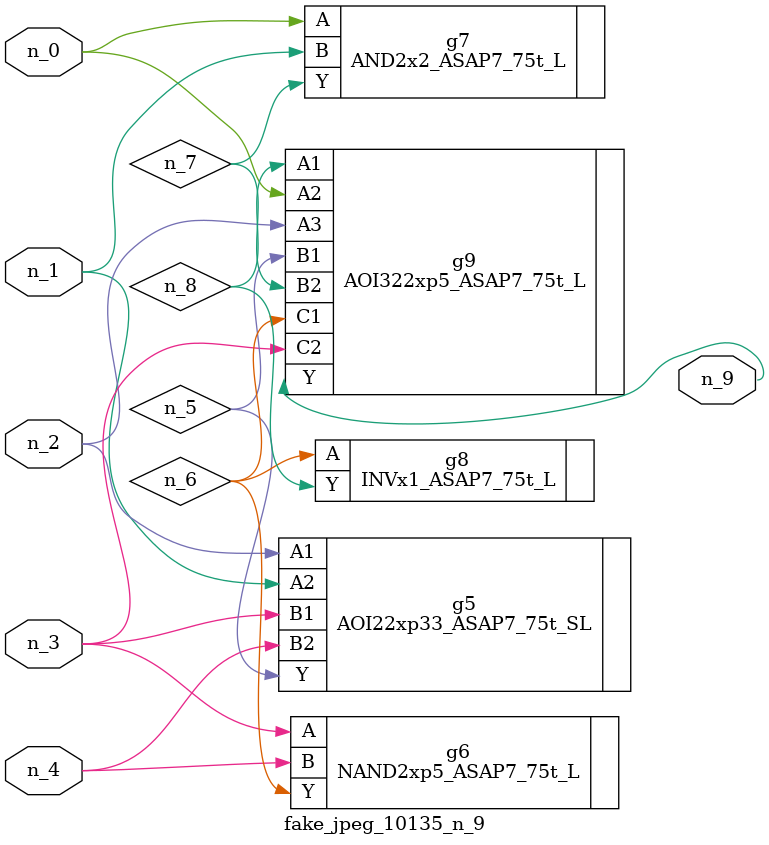
<source format=v>
module fake_jpeg_10135_n_9 (n_3, n_2, n_1, n_0, n_4, n_9);

input n_3;
input n_2;
input n_1;
input n_0;
input n_4;

output n_9;

wire n_8;
wire n_6;
wire n_5;
wire n_7;

AOI22xp33_ASAP7_75t_SL g5 ( 
.A1(n_2),
.A2(n_1),
.B1(n_3),
.B2(n_4),
.Y(n_5)
);

NAND2xp5_ASAP7_75t_L g6 ( 
.A(n_3),
.B(n_4),
.Y(n_6)
);

AND2x2_ASAP7_75t_L g7 ( 
.A(n_0),
.B(n_1),
.Y(n_7)
);

INVx1_ASAP7_75t_L g8 ( 
.A(n_6),
.Y(n_8)
);

AOI322xp5_ASAP7_75t_L g9 ( 
.A1(n_8),
.A2(n_0),
.A3(n_2),
.B1(n_5),
.B2(n_7),
.C1(n_6),
.C2(n_3),
.Y(n_9)
);


endmodule
</source>
